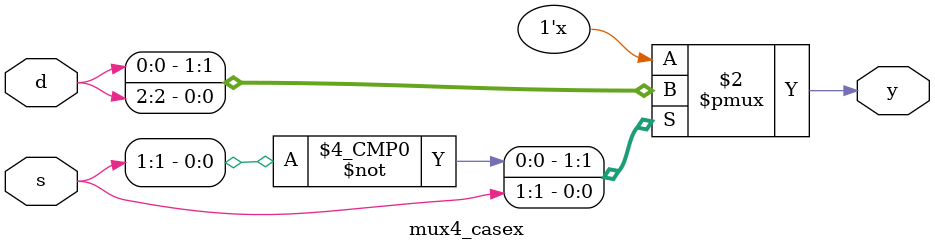
<source format=v>
module mux4_casex (
  input [3:0] d,
  input [1:0] s,
  output reg y
);
  always @(*) begin
    casex (s)
      2'b0x: y = d[0];  // covers 00 or 01
      2'b1x: y = d[2];  // covers 10 or 11
      default: y = 1'bx;
    endcase
  end
endmodule


</source>
